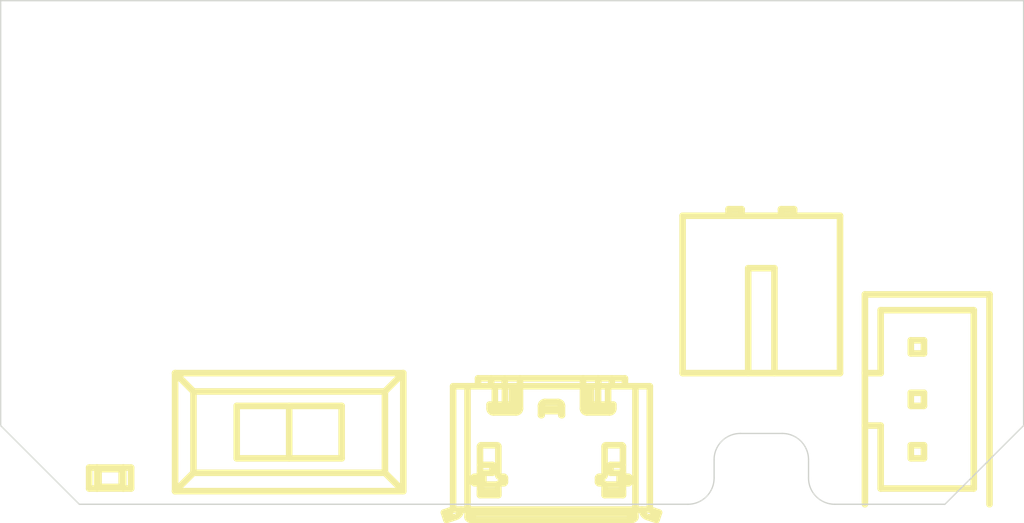
<source format=kicad_pcb>
(kicad_pcb (version 20211014) (generator pcbnew)

  (general
    (thickness 1.6)
  )

  (paper "A4")
  (layers
    (0 "F.Cu" signal)
    (31 "B.Cu" signal)
    (36 "B.SilkS" user "B.Silkscreen")
    (37 "F.SilkS" user "F.Silkscreen")
    (38 "B.Mask" user)
    (39 "F.Mask" user)
    (40 "Dwgs.User" user "User.Drawings")
    (44 "Edge.Cuts" user)
    (45 "Margin" user)
    (46 "B.CrtYd" user "B.Courtyard")
    (47 "F.CrtYd" user "F.Courtyard")
  )

  (setup
    (stackup
      (layer "F.SilkS" (type "Top Silk Screen"))
      (layer "F.Mask" (type "Top Solder Mask") (thickness 0.01))
      (layer "F.Cu" (type "copper") (thickness 0.035))
      (layer "dielectric 1" (type "core") (thickness 1.51) (material "FR4") (epsilon_r 4.5) (loss_tangent 0.02))
      (layer "B.Cu" (type "copper") (thickness 0.035))
      (layer "B.Mask" (type "Bottom Solder Mask") (thickness 0.01))
      (layer "B.SilkS" (type "Bottom Silk Screen"))
      (copper_finish "None")
      (dielectric_constraints no)
    )
    (pad_to_mask_clearance 0)
    (pcbplotparams
      (layerselection 0x00010fc_ffffffff)
      (disableapertmacros false)
      (usegerberextensions false)
      (usegerberattributes true)
      (usegerberadvancedattributes true)
      (creategerberjobfile true)
      (svguseinch false)
      (svgprecision 6)
      (excludeedgelayer true)
      (plotframeref false)
      (viasonmask false)
      (mode 1)
      (useauxorigin false)
      (hpglpennumber 1)
      (hpglpenspeed 20)
      (hpglpendiameter 15.000000)
      (dxfpolygonmode true)
      (dxfimperialunits true)
      (dxfusepcbnewfont true)
      (psnegative false)
      (psa4output false)
      (plotreference true)
      (plotvalue true)
      (plotinvisibletext false)
      (sketchpadsonfab false)
      (subtractmaskfromsilk false)
      (outputformat 1)
      (mirror false)
      (drillshape 1)
      (scaleselection 1)
      (outputdirectory "")
    )
  )

  (net 0 "")

  (gr_line (start 130.5 95.55) (end 130.5 97.55) (layer "F.SilkS") (width 0.25) (tstamp 00db8b11-7e29-4812-9988-d4aaa580df50))
  (gr_line (start 143.7 99.788656) (end 143.696157 99.810378) (layer "F.SilkS") (width 0.25) (tstamp 0138e2e9-7e2d-4a46-b022-69ff57229fd4))
  (gr_line (start 123.235212 98.638607) (end 124.112427 98.638607) (layer "F.SilkS") (width 0.25) (tstamp 025c60b1-2ede-49ce-bdea-4ccd3f8ea198))
  (gr_line (start 137.775 97.8) (end 138.25 97.8) (layer "F.SilkS") (width 0.25) (tstamp 02b1660d-d8e8-4cfb-8e31-6b06606166ec))
  (gr_line (start 134.15 98.1) (end 134.15 95) (layer "F.SilkS") (width 0.25) (tstamp 04185a2b-761b-4c04-92ff-66c1b41d81fb))
  (gr_line (start 137.5 99.650788) (end 143.5 99.650788) (layer "F.SilkS") (width 0.25) (tstamp 043f48db-8d6c-44b8-b059-1ce098b9b173))
  (gr_line (start 137.460981 99.89786) (end 137.423463 99.891524) (layer "F.SilkS") (width 0.25) (tstamp 056f4427-469c-4c03-82a5-be56c5b7c567))
  (gr_arc (start 142.525 97.1) (mid 142.539645 97.064645) (end 142.575 97.05) (layer "F.SilkS") (width 0.25) (tstamp 06d33821-836c-4c5a-bbe6-028222e389c7))
  (gr_line (start 137.775 98.55) (end 137.775 98.950282) (layer "F.SilkS") (width 0.25) (tstamp 06f6aaf6-0561-42d0-91fd-a9bb9c3e5aef))
  (gr_arc (start 142.525 98.2) (mid 142.510355 98.235355) (end 142.475 98.25) (layer "F.SilkS") (width 0.25) (tstamp 070b0807-3fd3-4734-83c3-d8efc1566ac8))
  (gr_line (start 143.539018 99.648649) (end 143.576536 99.642313) (layer "F.SilkS") (width 0.25) (tstamp 071bdce7-e380-463a-af3a-f5c463854702))
  (gr_line (start 142.75 95.5) (end 142.75 95.6) (layer "F.SilkS") (width 0.25) (tstamp 0a307e97-fa2c-4cfc-80df-18084291772e))
  (gr_line (start 122.873819 97.9) (end 122.873819 98.7) (layer "F.SilkS") (width 0.25) (tstamp 0b84000c-c124-4582-a511-721e8c66429e))
  (gr_line (start 134.85 98.8) (end 126.15 98.8) (layer "F.SilkS") (width 0.25) (tstamp 0d3195c6-6d47-441a-a7e3-7db258f336e9))
  (gr_line (start 154.7 93.05) (end 154.2 93.05) (layer "F.SilkS") (width 0.25) (tstamp 0d8d90b2-a806-4fe3-81b3-e4d882ec5774))
  (gr_line (start 141.7 95.65) (end 141.7 94.5) (layer "F.SilkS") (width 0.25) (tstamp 0dadc342-eb33-4228-806a-1667c48d0b5f))
  (gr_line (start 132.5 97.55) (end 132.5 95.55) (layer "F.SilkS") (width 0.25) (tstamp 0dcd2565-e757-45a6-a32f-be4413faea70))
  (gr_arc (start 143.425 98.25) (mid 143.460355 98.264645) (end 143.475 98.3) (layer "F.SilkS") (width 0.25) (tstamp 0ecf5ab2-d663-4b0a-889e-e11b436269cb))
  (gr_line (start 137.333706 99.601304) (end 137.358578 99.618177) (layer "F.SilkS") (width 0.25) (tstamp 0f03bb67-8bc6-4b29-ad7d-f9af7f34ad4d))
  (gr_line (start 145.5 94.3) (end 145.5 88.3) (layer "F.SilkS") (width 0.25) (tstamp 0f5607b3-3739-42c5-9c57-219dc876dd2e))
  (gr_line (start 138.475 98.55) (end 138.475 98.950282) (layer "F.SilkS") (width 0.25) (tstamp 0fd59e72-f81e-4950-82a5-51eb56f78529))
  (gr_line (start 137.903553 98.1) (end 137.903553 98.55) (layer "F.SilkS") (width 0.25) (tstamp 10e28239-32c7-4f64-8e10-ce7587a7d81c))
  (gr_line (start 137.575 98.25) (end 137.725 98.25) (layer "F.SilkS") (width 0.25) (tstamp 1117455e-7aff-4cba-8d29-d7e7a7d173c6))
  (gr_line (start 140.9 95.9) (end 140.875 95.9) (layer "F.SilkS") (width 0.25) (tstamp 11d53107-afd8-4f35-917d-67c31291b6a2))
  (gr_line (start 139.15 95.8) (end 138.29 95.8) (layer "F.SilkS") (width 0.25) (tstamp 11dbf6ed-be02-47f3-ad6d-37adcb08d833))
  (gr_line (start 140.25 95.4) (end 140.75 95.4) (layer "F.SilkS") (width 0.25) (tstamp 128a68c4-cda5-44eb-88ca-11e6b7342429))
  (gr_line (start 140.875 95.9) (end 140.875 95.467084) (layer "F.SilkS") (width 0.25) (tstamp 1335016c-c1c7-4100-8780-df2ea6e0b72d))
  (gr_line (start 124.112427 97.961392) (end 124.173819 97.9) (layer "F.SilkS") (width 0.25) (tstamp 15b3f09e-7cc7-4de6-ba63-2961275b2b4a))
  (gr_line (start 144.25 94.8) (end 136.75 94.8) (layer "F.SilkS") (width 0.25) (tstamp 162868f4-e754-46d2-b549-ace3030cbd3a))
  (gr_arc (start 137.725 98.5) (mid 137.760355 98.514645) (end 137.775 98.55) (layer "F.SilkS") (width 0.25) (tstamp 1699f135-89a8-42b7-8672-764e5a5f2225))
  (gr_line (start 136.683645 99.837575) (end 136.590008 99.552562) (layer "F.SilkS") (width 0.25) (tstamp 179b4e92-1584-46d7-b27e-f0e1897e0585))
  (gr_line (start 143.225 98.950282) (end 142.525 98.950282) (layer "F.SilkS") (width 0.25) (tstamp 17bd65c8-4c96-4a2d-ac9e-2a577658d997))
  (gr_line (start 138.25 97.8) (end 138.25 98.1) (layer "F.SilkS") (width 0.25) (tstamp 18b5d032-d88b-453a-a76c-fc984ded3056))
  (gr_line (start 153.05 94.3) (end 153.05 91.9) (layer "F.SilkS") (width 0.25) (tstamp 19bc2ff7-0fb3-4dcb-b94a-1d66bf13216b))
  (gr_line (start 134.15 98.1) (end 134.85 98.8) (layer "F.SilkS") (width 0.25) (tstamp 19fdfe15-f419-4b44-b184-86d0f95970f2))
  (gr_line (start 154.2 97.05) (end 154.2 97.55) (layer "F.SilkS") (width 0.25) (tstamp 1b8080da-6cef-4b62-a702-39ab80e2f61f))
  (gr_line (start 137.5 99.9) (end 143.5 99.9) (layer "F.SilkS") (width 0.25) (tstamp 1d727765-d933-43ed-9a40-7b357b79f626))
  (gr_line (start 122.873819 98.7) (end 124.473819 98.7) (layer "F.SilkS") (width 0.25) (tstamp 1f4e7c6b-383a-4323-8c93-036c8029f17d))
  (gr_line (start 138.715 94.5) (end 138.715 94.8) (layer "F.SilkS") (width 0.25) (tstamp 200a50b7-75d9-4ea2-ae7e-1dbd3b9da2bb))
  (gr_arc (start 140.099999 95.55) (mid 140.143933 95.443933) (end 140.25 95.399999) (layer "F.SilkS") (width 0.25) (tstamp 208e9316-0799-4f6a-b744-3581f66ee726))
  (gr_line (start 136.4 99.614987) (end 136.493636 99.9) (layer "F.SilkS") (width 0.25) (tstamp 22d902c3-124f-4097-af3f-3d628825314b))
  (gr_line (start 143.641421 99.618177) (end 143.666293 99.601304) (layer "F.SilkS") (width 0.25) (tstamp 23309f77-a0d4-4504-ad74-dbf6b384525e))
  (gr_line (start 137.525 98.45) (end 137.525 98.3) (layer "F.SilkS") (width 0.25) (tstamp 24c203d8-a623-417a-9b4c-b6003916a793))
  (gr_line (start 137.775 98.867775) (end 138.475 98.867775) (layer "F.SilkS") (width 0.25) (tstamp 2549ff71-934a-4b80-b8c1-2540c272473a))
  (gr_arc (start 138.525 98.25) (mid 138.489645 98.235355) (end 138.475 98.2) (layer "F.SilkS") (width 0.25) (tstamp 257f693f-32b5-4353-bb27-f6aed4c62f81))
  (gr_line (start 137.5 99.9) (end 137.5 99.650788) (layer "F.SilkS") (width 0.25) (tstamp 266acb67-28bc-4533-9031-00f18e1879f7))
  (gr_line (start 128.5 97.55) (end 132.5 97.55) (layer "F.SilkS") (width 0.25) (tstamp 277a395d-1b21-4757-8b38-0d79bc576adc))
  (gr_line (start 154.2 95.55) (end 154.7 95.55) (layer "F.SilkS") (width 0.25) (tstamp 277e75a3-a863-4d09-9715-026606ac99ec))
  (gr_line (start 143.611114 99.632024) (end 143.641421 99.618177) (layer "F.SilkS") (width 0.25) (tstamp 291dec23-ad8d-4943-aa72-0f169f94b4a1))
  (gr_line (start 137.388885 99.881235) (end 137.358578 99.867388) (layer "F.SilkS") (width 0.25) (tstamp 2b846dde-7fa0-4730-8344-65cad2683b94))
  (gr_line (start 137.315224 99.582055) (end 137.333706 99.601304) (layer "F.SilkS") (width 0.25) (tstamp 2e3287cf-5e1b-4072-8c81-fb20f86c9f49))
  (gr_line (start 149 90.3) (end 148 90.3) (layer "F.SilkS") (width 0.25) (tstamp 30af900b-6626-4b0b-b435-34070d9df34e))
  (gr_line (start 142.325 98.25) (end 142.475 98.25) (layer "F.SilkS") (width 0.25) (tstamp 3128e0af-0f1b-41dd-9486-a781a0ced10e))
  (gr_line (start 152.45 94.3) (end 153.05 94.3) (layer "F.SilkS") (width 0.25) (tstamp 33bc5d18-19c1-4f06-9335-39c27bd4eca6))
  (gr_line (start 138.475 98.950282) (end 137.775 98.950282) (layer "F.SilkS") (width 0.25) (tstamp 3573c7de-5b72-45d0-9829-7dc54c6f1f53))
  (gr_line (start 154.2 93.55) (end 154.7 93.55) (layer "F.SilkS") (width 0.25) (tstamp 38144b75-9a97-4377-9620-7a27861ced60))
  (gr_line (start 142 94.8) (end 142 95.5) (layer "F.SilkS") (width 0.25) (tstamp 394999fd-37ef-4699-a5a6-2448763497ed))
  (gr_line (start 143.475 98.3) (end 143.475 98.45) (layer "F.SilkS") (width 0.25) (tstamp 3aef18e0-700d-425e-a9e0-2dc802f0d0a4))
  (gr_line (start 140.125 95.9) (end 140.1 95.9) (layer "F.SilkS") (width 0.25) (tstamp 3bbe7d0a-436d-48b5-b782-13c775d20e23))
  (gr_line (start 126.15 94.3) (end 126.85 95) (layer "F.SilkS") (width 0.25) (tstamp 3be54771-6177-40cd-b163-bda20a080295))
  (gr_line (start 154.7 93.55) (end 154.7 93.05) (layer "F.SilkS") (width 0.25) (tstamp 3bfd64c5-ccd2-4069-a94f-992828a6fdfe))
  (gr_arc (start 141.85 95.8) (mid 141.743934 95.756066) (end 141.7 95.65) (layer "F.SilkS") (width 0.25) (tstamp 3d43dbe0-e8d4-4892-a0a8-bb2dd8c92e5f))
  (gr_line (start 138.724307 95.5) (end 138.724307 94.8) (layer "F.SilkS") (width 0.25) (tstamp 3f474373-6d2f-4780-a227-d14dc6b9419e))
  (gr_line (start 143.096446 98.55) (end 143.096446 98.1) (layer "F.SilkS") (width 0.25) (tstamp 40bad1bc-8faf-4d4f-970e-57ca86d8f58e))
  (gr_line (start 143.225 98.867775) (end 142.525 98.867775) (layer "F.SilkS") (width 0.25) (tstamp 40df662a-00be-4454-b057-5980592a02f1))
  (gr_line (start 137.3 99.539445) (end 137.303842 99.561167) (layer "F.SilkS") (width 0.25) (tstamp 41299a6e-99a9-4f0e-960f-bb0e54053edf))
  (gr_line (start 144.25 99.5) (end 144.25 94.8) (layer "F.SilkS") (width 0.25) (tstamp 4241e9c8-5d13-4f3b-8a3e-5e2aec23216e))
  (gr_line (start 137.303842 99.810378) (end 137.3 99.788656) (layer "F.SilkS") (width 0.25) (tstamp 4250d8ee-196e-4bfc-9838-43f667a67366))
  (gr_line (start 124.473819 97.9) (end 122.873819 97.9) (layer "F.SilkS") (width 0.25) (tstamp 4491766f-6563-4f10-978e-51b853a1ad02))
  (gr_line (start 141.7 94.88) (end 142 94.88) (layer "F.SilkS") (width 0.25) (tstamp 452f015a-5f28-41a6-a30e-e1761b3a3c41))
  (gr_line (start 153.05 98.7) (end 153.05 96.3) (layer "F.SilkS") (width 0.25) (tstamp 45575ff0-c802-422f-921a-12b28ec7b0e8))
  (gr_arc (start 137.525 98.3) (mid 137.539645 98.264645) (end 137.575 98.25) (layer "F.SilkS") (width 0.25) (tstamp 48631b1a-4f6a-4888-ac22-98e83e724e55))
  (gr_line (start 144.409991 99.552562) (end 144.316354 99.837575) (layer "F.SilkS") (width 0.25) (tstamp 49f4fa32-da2f-467b-858a-2a2844a18aba))
  (gr_line (start 142.71 95.8) (end 141.85 95.8) (layer "F.SilkS") (width 0.25) (tstamp 4c6e4d9f-8f29-47a0-88a3-a5fec7691156))
  (gr_line (start 154.7 97.05) (end 154.2 97.05) (layer "F.SilkS") (width 0.25) (tstamp 4c709d5e-ed3a-4f9e-8e8a-63a2a80623d9))
  (gr_line (start 143.3 94.5) (end 137.7 94.5) (layer "F.SilkS") (width 0.25) (tstamp 4cd78b60-b54f-4604-99f1-7cdcce701d3e))
  (gr_line (start 144.25 99.5) (end 144.6 99.614987) (layer "F.SilkS") (width 0.25) (tstamp 50f24801-36b5-4723-880c-55865f038cd1))
  (gr_line (start 138.25 98.1) (end 137.775 98.1) (layer "F.SilkS") (width 0.25) (tstamp 5187a75d-501f-4595-82ce-f82747b5c4af))
  (gr_arc (start 142.86 95.65) (mid 142.816066 95.756066) (end 142.71 95.8) (layer "F.SilkS") (width 0.25) (tstamp 51b49f08-d641-41f7-9a8e-acdb2a3a80fb))
  (gr_arc (start 137.05 99.50362) (mid 136.993943 99.676627) (end 136.847076 99.783882) (layer "F.SilkS") (width 0.25) (tstamp 51c19857-237e-41a7-a839-e7474e657532))
  (gr_line (start 143.5 99.650788) (end 143.5 99.9) (layer "F.SilkS") (width 0.25) (tstamp 5355b25f-9457-429e-ab5e-f75f308fc538))
  (gr_line (start 138.341285 95.5) (end 138.341285 94.8) (layer "F.SilkS") (width 0.25) (tstamp 53f604d9-789b-49b3-ba4c-8c59411807e2))
  (gr_line (start 153.05 96.3) (end 152.45 96.3) (layer "F.SilkS") (width 0.25) (tstamp 54221de4-ee5a-4881-a5af-b7cffb9595b8))
  (gr_line (start 143.225 98.55) (end 143.225 98.950282) (layer "F.SilkS") (width 0.25) (tstamp 551b570b-c5bf-43ba-8208-dbe837b83d7b))
  (gr_line (start 124.173819 98.7) (end 124.173819 97.9) (layer "F.SilkS") (width 0.25) (tstamp 551ffe24-5cd2-4054-b4af-26a7794bc704))
  (gr_line (start 154.7 95.55) (end 154.7 95.05) (layer "F.SilkS") (width 0.25) (tstamp 57655d76-e4ed-43fa-91fd-9acc2c4afaee))
  (gr_line (start 137.460981 99.648649) (end 137.5 99.650788) (layer "F.SilkS") (width 0.25) (tstamp 57826995-91f4-48d4-9508-ba4ccf302f06))
  (gr_line (start 137.315224 99.831266) (end 137.303842 99.810378) (layer "F.SilkS") (width 0.25) (tstamp 5801327d-41e1-4de7-8022-a0cd83763e18))
  (gr_line (start 132.5 95.55) (end 128.5 95.55) (layer "F.SilkS") (width 0.25) (tstamp 585ef258-38e1-48ab-9b8e-a1edc58dcee7))
  (gr_line (start 139.3 94.5) (end 139.3 95.65) (layer "F.SilkS") (width 0.25) (tstamp 59b52058-3f6d-48a6-83f1-69d672663d2d))
  (gr_line (start 143.225 98.1) (end 142.75 98.1) (layer "F.SilkS") (width 0.25) (tstamp 5acd0406-da71-4b12-a8af-7aa84cb0d42c))
  (gr_line (start 141.8 95.6) (end 141.8 94.88) (layer "F.SilkS") (width 0.25) (tstamp 5c41c162-3eb0-4e17-bf46-cb5ebf979977))
  (gr_line (start 143.95 99.50362) (end 143.95 99.5) (layer "F.SilkS") (width 0.25) (tstamp 5eeec58b-f427-4c91-96d2-8b0f2a04e2d7))
  (gr_line (start 136.75 99.5) (end 144.25 99.5) (layer "F.SilkS") (width 0.25) (tstamp 5f7be2e1-7ae5-4d91-a686-67ae4fd47c1f))
  (gr_line (start 156.6 91.9) (end 156.6 98.7) (layer "F.SilkS") (width 0.25) (tstamp 61423380-f1d0-41ba-b925-0ec6e6a35912))
  (gr_line (start 143.3 94.8) (end 143.3 94.5) (layer "F.SilkS") (width 0.25) (tstamp 61d965ad-cb18-4e53-b452-789419d375ef))
  (gr_line (start 143.225 98.55) (end 142.525 98.55) (layer "F.SilkS") (width 0.25) (tstamp 62de5207-be19-4b67-a587-d19d4ffc144f))
  (gr_arc (start 138.475 98.55) (mid 138.489645 98.514645) (end 138.525 98.5) (layer "F.SilkS") (width 0.25) (tstamp 630c6e49-b6d9-4d35-8e84-d702f940886d))
  (gr_line (start 140.9 95.55) (end 140.9 95.9) (layer "F.SilkS") (width 0.25) (tstamp 65cad5f8-e0fe-4b7e-8083-0b743589c0ef))
  (gr_arc (start 138.675 98.25) (mid 138.710355 98.264645) (end 138.725 98.3) (layer "F.SilkS") (width 0.25) (tstamp 67ede239-905a-4054-9ef6-12e297cf7f18))
  (gr_arc (start 138.29 95.8) (mid 138.183934 95.756066) (end 138.14 95.65) (layer "F.SilkS") (width 0.25) (tstamp 69d9c6f1-afb4-4dc6-9e6f-51f42d80973c))
  (gr_line (start 143.684775 99.582055) (end 143.696157 99.561167) (layer "F.SilkS") (width 0.25) (tstamp 6a1b9ec9-ee5c-42e2-a220-97028243728b))
  (gr_line (start 143.273223 98.249968) (end 143.273223 98.500031) (layer "F.SilkS") (width 0.25) (tstamp 6d8faad3-214a-4f9f-ae1e-fa0f8b9f64f5))
  (gr_line (start 126.85 98.1) (end 126.15 98.8) (layer "F.SilkS") (width 0.25) (tstamp 6e91eb73-aef0-470c-a5e0-75bb1aa38623))
  (gr_line (start 142.658714 94.8) (end 142.658714 95.5) (layer "F.SilkS") (width 0.25) (tstamp 7088b0c6-301e-4cf1-9041-1f8ee704606e))
  (gr_line (start 139.2 94.88) (end 139.2 95.6) (layer "F.SilkS") (width 0.25) (tstamp 711b7413-f2f7-4469-b5c6-ba0c177c3329))
  (gr_line (start 143.225 97.1) (end 143.225 98.2) (layer "F.SilkS") (width 0.25) (tstamp 75cffe20-6c09-4b44-9f61-a89268405691))
  (gr_line (start 123.235212 97.961392) (end 123.173819 97.9) (layer "F.SilkS") (width 0.25) (tstamp 75e9ad86-be93-4192-b450-7b0fb5711945))
  (gr_line (start 143.576536 99.891524) (end 143.539018 99.89786) (layer "F.SilkS") (width 0.25) (tstamp 771e849d-fe50-48a2-b845-dabc1df42bdc))
  (gr_line (start 137.775 98.803431) (end 138.475 98.803431) (layer "F.SilkS") (width 0.25) (tstamp 773347ab-090a-4614-a22e-327de65e55cf))
  (gr_line (start 142.575 97.05) (end 143.175 97.05) (layer "F.SilkS") (width 0.25) (tstamp 779ee838-d888-4a8f-a75f-91cb60812884))
  (gr_arc (start 138.725 98.45) (mid 138.710355 98.485355) (end 138.675 98.5) (layer "F.SilkS") (width 0.25) (tstamp 77a56dce-8ded-425d-af51-62d96221dc41))
  (gr_arc (start 137.775 97.1) (mid 137.789645 97.064645) (end 137.825 97.05) (layer "F.SilkS") (width 0.25) (tstamp 7a22eb56-8d11-4ab2-a587-357ce25e6d1b))
  (gr_arc (start 142.275 98.3) (mid 142.289645 98.264645) (end 142.325 98.25) (layer "F.SilkS") (width 0.25) (tstamp 7ab4718b-f0f1-45cf-8863-d0460bd724c7))
  (gr_line (start 149.75 88.05) (end 149.25 88.05) (layer "F.SilkS") (width 0.25) (tstamp 7adf1b2d-d95a-4056-98e7-93b5dee7cc77))
  (gr_arc (start 140.75 95.4) (mid 140.856066 95.443934) (end 140.9 95.55) (layer "F.SilkS") (width 0.25) (tstamp 7c6b288c-49ab-4966-935c-2408a089d8db))
  (gr_line (start 126.85 95) (end 126.85 98.1) (layer "F.SilkS") (width 0.25) (tstamp 7c910330-40fd-4be7-87e7-5520112b97c4))
  (gr_line (start 139.2 95.6) (end 138.25 95.6) (layer "F.SilkS") (width 0.25) (tstamp 7ddc29d7-44fc-44ac-9e74-740979e2d480))
  (gr_line (start 151.5 94.3) (end 151.5 88.3) (layer "F.SilkS") (width 0.25) (tstamp 7e3cab7d-e670-432f-9b47-aab53c439a22))
  (gr_line (start 137.423463 99.642313) (end 137.460981 99.648649) (layer "F.SilkS") (width 0.25) (tstamp 7e7899e7-b71f-428f-a54d-6a513699c822))
  (gr_line (start 143.696157 99.810378) (end 143.684775 99.831266) (layer "F.SilkS") (width 0.25) (tstamp 7fc937eb-8431-43b3-be37-d1cbd6e84d4e))
  (gr_line (start 137.358578 99.618177) (end 137.388885 99.632024) (layer "F.SilkS") (width 0.25) (tstamp 7fddb896-3c6d-4e42-9da9-00f0218d42b9))
  (gr_line (start 137.423463 99.891524) (end 137.388885 99.881235) (layer "F.SilkS") (width 0.25) (tstamp 80117ca9-0271-413b-9c0c-588fdfbaf72e))
  (gr_line (start 143.425 98.5) (end 143.275 98.5) (layer "F.SilkS") (width 0.25) (tstamp 83941ca3-af3a-4255-a681-9b4285f89220))
  (gr_line (start 137.5 99.9) (end 137.460981 99.89786) (layer "F.SilkS") (width 0.25) (tstamp 83fa9c4f-328c-4792-b0a5-1e09a3c6ba6f))
  (gr_line (start 138.25 95.6) (end 138.25 95.5) (layer "F.SilkS") (width 0.25) (tstamp 844c40b6-45d4-4f34-98ad-c1dcb0606cde))
  (gr_arc (start 143.175 97.05) (mid 143.210355 97.064645) (end 143.225 97.1) (layer "F.SilkS") (width 0.25) (tstamp 845444df-bc17-47b0-8017-9299e2cb647e))
  (gr_line (start 143.684775 99.831266) (end 143.666293 99.850515) (layer "F.SilkS") (width 0.25) (tstamp 86320c1e-42d5-4ca2-804b-925a9bf0e0c3))
  (gr_line (start 143.5 99.650788) (end 143.539018 99.648649) (layer "F.SilkS") (width 0.25) (tstamp 87561297-13bf-41eb-8738-2a4aa670eef6))
  (gr_line (start 144.506363 99.9) (end 144.6 99.614987) (layer "F.SilkS") (width 0.25) (tstamp 87f3db76-a6f4-47be-9537-7125879e1bea))
  (gr_line (start 142.525 98.55) (end 142.525 98.950282) (layer "F.SilkS") (width 0.25) (tstamp 8b7127db-149e-4ab1-a596-1e731c283b5e))
  (gr_arc (start 142.325 98.5) (mid 142.289645 98.485355) (end 142.275 98.45) (layer "F.SilkS") (width 0.25) (tstamp 8e5b21c6-b976-4335-9105-7bde9404878e))
  (gr_line (start 123.235212 98.638607) (end 123.173819 98.7) (layer "F.SilkS") (width 0.25) (tstamp 90fe4813-46c5-4119-b60a-d1ceb38d6088))
  (gr_line (start 140.125 95.467084) (end 140.125 95.9) (layer "F.SilkS") (width 0.25) (tstamp 910c0ac2-3a56-42e9-986b-27243f721216))
  (gr_line (start 138.725 98.3) (end 138.725 98.45) (layer "F.SilkS") (width 0.25) (tstamp 92286015-651d-4858-80b4-53b41fc0d875))
  (gr_line (start 147.75 88.05) (end 147.75 88.3) (layer "F.SilkS") (width 0.25) (tstamp 96f8c604-60b6-44ab-9cb9-271222d2cd88))
  (gr_arc (start 143.475 98.45) (mid 143.460355 98.485355) (end 143.425 98.5) (layer "F.SilkS") (width 0.25) (tstamp 9763b90b-9908-440d-a98c-6d1df13834ad))
  (gr_line (start 137.7 94.5) (end 137.7 94.8) (layer "F.SilkS") (width 0.25) (tstamp 9881cde4-977a-47a8-9889-d573db25ef5c))
  (gr_line (start 124.473819 98.7) (end 124.473819 97.9) (layer "F.SilkS") (width 0.25) (tstamp 9903533e-5209-41e2-af37-5420ff9994cb))
  (gr_line (start 149 94.3) (end 149 90.3) (layer "F.SilkS") (width 0.25) (tstamp 9905346b-c787-4388-abf9-48298b9c04e6))
  (gr_arc (start 142.475 98.5) (mid 142.510355 98.514645) (end 142.525 98.55) (layer "F.SilkS") (width 0.25) (tstamp 993c15a2-e64c-414e-aa2a-7c25a7bfa08d))
  (gr_line (start 137.333706 99.850515) (end 137.315224 99.831266) (layer "F.SilkS") (width 0.25) (tstamp 99431569-5ceb-4a4c-95de-ae381b401fbc))
  (gr_line (start 128.5 95.55) (end 128.5 97.55) (layer "F.SilkS") (width 0.25) (tstamp 99ee9949-58eb-4d0c-a00b-fe6e3e1a57c2))
  (gr_line (start 147.75 88.05) (end 147.25 88.05) (layer "F.SilkS") (width 0.25) (tstamp 9b05751d-4400-4634-89b6-db9e25540533))
  (gr_line (start 140.875 95.7) (end 140.125 95.7) (layer "F.SilkS") (width 0.25) (tstamp 9c94c9f4-0d9d-49bf-a8cc-aa83d15fa78a))
  (gr_line (start 142.275692 94.8) (end 142.275692 95.5) (layer "F.SilkS") (width 0.25) (tstamp 9e876cc3-d788-4b37-b87a-99f8cff5f18e))
  (gr_line (start 138.14 95.5) (end 139 95.5) (layer "F.SilkS") (width 0.25) (tstamp 9ea72b7a-4e53-4b32-960b-afe45477f8da))
  (gr_line (start 149.25 88.05) (end 149.25 88.3) (layer "F.SilkS") (width 0.25) (tstamp 9fdbafbd-adbf-477f-a0ef-8ce6155b8df1))
  (gr_line (start 140.125 95.65) (end 140.875 95.65) (layer "F.SilkS") (width 0.25) (tstamp a1c5e7e2-71e5-45a5-adfc-c0879df8a65f))
  (gr_line (start 143.666293 99.850515) (end 143.641421 99.867388) (layer "F.SilkS") (width 0.25) (tstamp a21ba1e3-034b-4e5a-bb88-4a32e096e4fd))
  (gr_line (start 157.2 91.3) (end 152.45 91.3) (layer "F.SilkS") (width 0.25) (tstamp a2652e7e-fc9a-4a27-a41c-b8bf2de5c2cb))
  (gr_line (start 138.525 98.25) (end 138.675 98.25) (layer "F.SilkS") (width 0.25) (tstamp a700ad3c-be03-444a-b034-1bbdc313dd2c))
  (gr_line (start 124.112427 97.961392) (end 123.235212 97.961392) (layer "F.SilkS") (width 0.25) (tstamp a7202457-fc18-4e3a-bb53-f850622eea97))
  (gr_line (start 143.576536 99.642313) (end 143.611114 99.632024) (layer "F.SilkS") (width 0.25) (tstamp a840a003-7670-4ee9-8c74-a0891b254ebf))
  (gr_line (start 143.7 99.788656) (end 143.7 94.8) (layer "F.SilkS") (width 0.25) (tstamp a9892007-00f7-477d-96e9-e854ca4bab91))
  (gr_arc (start 143.275 98.25) (mid 143.239645 98.235355) (end 143.225 98.2) (layer "F.SilkS") (width 0.25) (tstamp a98f5631-bab7-4c76-baa8-8751ec51c9de))
  (gr_line (start 138.675 98.5) (end 138.525 98.5) (layer "F.SilkS") (width 0.25) (tstamp ab2cf065-7a14-4b51-9336-c1d078df6c4b))
  (gr_line (start 142.285 94.8) (end 142.285 94.5) (layer "F.SilkS") (width 0.25) (tstamp acbc3e18-dfc9-4aa8-af02-4a734ae58137))
  (gr_line (start 142.275 98.45) (end 142.275 98.3) (layer "F.SilkS") (width 0.25) (tstamp adb04b64-5cf4-4f5c-b517-a0a29bb224be))
  (gr_line (start 134.15 95) (end 126.85 95) (layer "F.SilkS") (width 0.25) (tstamp b036aa01-0053-4444-93b0-25622f9c1e69))
  (gr_line (start 137.358578 99.867388) (end 137.333706 99.850515) (layer "F.SilkS") (width 0.25) (tstamp b2ded708-742a-4524-9e1e-114adb07c62c))
  (gr_line (start 143.275 98.25) (end 143.425 98.25) (layer "F.SilkS") (width 0.25) (tstamp b4e26435-659c-4a0b-b800-16f15680f992))
  (gr_line (start 138.2 94.5) (end 138.2 94.8) (layer "F.SilkS") (width 0.25) (tstamp b4e2fa69-e0d9-4d8e-ba4b-3f0ac0619b4a))
  (gr_line (start 137.775 98.2) (end 137.775 97.1) (layer "F.SilkS") (width 0.25) (tstamp b4e99f5e-db3e-4dc8-8410-5aeeeaf050ba))
  (gr_line (start 134.85 94.3) (end 134.15 95) (layer "F.SilkS") (width 0.25) (tstamp b54246bb-7735-46b1-8d0b-598fca8db55c))
  (gr_line (start 140.1 95.9) (end 140.1 95.55) (layer "F.SilkS") (width 0.25) (tstamp b56ed9c5-1710-4226-8f6c-781f916b9ebe))
  (gr_arc (start 144.152924 99.783882) (mid 144.006057 99.676626) (end 143.95 99.50362) (layer "F.SilkS") (width 0.25) (tstamp b570149a-eb92-4dc8-8778-771b9f9dad00))
  (gr_arc (start 143.225 98.55) (mid 143.239645 98.514645) (end 143.275 98.5) (layer "F.SilkS") (width 0.25) (tstamp b5a3af9e-23e5-4db9-83ce-2555993b9533))
  (gr_line (start 147.25 88.05) (end 147.25 88.3) (layer "F.SilkS") (width 0.25) (tstamp b5e24c11-c40b-415e-8d55-5bd0d2b00a70))
  (gr_line (start 137.05 99.5) (end 137.05 99.50362) (layer "F.SilkS") (width 0.25) (tstamp b649c0f6-278c-4818-a610-95160bfb2dc7))
  (gr_line (start 137.725 98.5) (end 137.575 98.5) (layer "F.SilkS") (width 0.25) (tstamp b6735c0f-ffe6-41c5-980c-a3b8791db84e))
  (gr_line (start 154.7 95.05) (end 154.2 95.05) (layer "F.SilkS") (width 0.25) (tstamp b7f93275-aa2f-45bd-b6e1-46424996df99))
  (gr_line (start 140.875 95.75) (end 140.125 95.75) (layer "F.SilkS") (width 0.25) (tstamp b9f388dc-9d91-42ad-a95e-c6f531b99b19))
  (gr_line (start 143.539018 99.89786) (end 143.5 99.9) (layer "F.SilkS") (width 0.25) (tstamp bcd55e49-875d-43dc-8127-13025fe17870))
  (gr_line (start 136.4 99.614987) (end 136.75 99.5) (layer "F.SilkS") (width 0.25) (tstamp be46a7c0-dcca-4d09-aa44-ff6eeaf077d7))
  (gr_arc (start 137.575 98.5) (mid 137.539645 98.485355) (end 137.525 98.45) (layer "F.SilkS") (width 0.25) (tstamp be8ffee8-0a24-4a72-acf9-d70644863b4d))
  (gr_line (start 142.75 98.1) (end 142.75 97.8) (layer "F.SilkS") (width 0.25) (tstamp bfd6851f-90c8-49bb-bab9-6aeca1a3f5f5))
  (gr_line (start 156.6 98.7) (end 153.05 98.7) (layer "F.SilkS") (width 0.25) (tstamp c049b60f-f1b3-4475-9b27-51052dc92a47))
  (gr_line (start 124.112427 98.638607) (end 124.112427 97.961392) (layer "F.SilkS") (width 0.25) (tstamp c1305504-112e-42c1-82d5-66c8aaf167ac))
  (gr_arc (start 137.775 98.2) (mid 137.760355 98.235355) (end 137.725 98.25) (layer "F.SilkS") (width 0.25) (tstamp c2a698d4-2b91-478f-b24b-9fdc434fb385))
  (gr_line (start 142.475 98.5) (end 142.325 98.5) (layer "F.SilkS") (width 0.25) (tstamp c39f6976-4478-40e8-ba60-3fffcab89b51))
  (gr_line (start 144.506363 99.9) (end 144.152923 99.783882) (layer "F.SilkS") (width 0.25) (tstamp c410fe25-c453-4453-9727-3f96f491ac01))
  (gr_line (start 143.641421 99.867388) (end 143.611114 99.881235) (layer "F.SilkS") (width 0.25) (tstamp c53ebb8d-7ba0-4cbc-9f6b-adf1e7ac0c80))
  (gr_line (start 137.303842 99.561167) (end 137.315224 99.582055) (layer "F.SilkS") (width 0.25) (tstamp c6e7f281-026c-4d4b-902f-7c06401a8b8c))
  (gr_line (start 142.86 95.5) (end 142.86 95.65) (layer "F.SilkS") (width 0.25) (tstamp c7eb43da-0a76-4e64-a9da-e148ab99aa1d))
  (gr_line (start 143.611114 99.881235) (end 143.576536 99.891524) (layer "F.SilkS") (width 0.25) (tstamp c89a72d9-4f93-483a-ba34-2321484b158f))
  (gr_line (start 123.173819 97.9) (end 123.173819 98.7) (layer "F.SilkS") (width 0.25) (tstamp cada12ef-deb7-412a-a622-211abf6e3bbb))
  (gr_line (start 137.726776 98.500031) (end 137.726776 98.249968) (layer "F.SilkS") (width 0.25) (tstamp cb5f7bf9-ae99-49e2-88b3-69b8cdb52c49))
  (gr_line (start 142.8 94.5) (end 142.8 94.8) (layer "F.SilkS") (width 0.25) (tstamp cb8def97-5bce-435a-b728-70999685168e))
  (gr_line (start 138.475 97.1) (end 138.475 98.2) (layer "F.SilkS") (width 0.25) (tstamp cc26acf9-3be9-479b-90b7-733c57935490))
  (gr_line (start 139.075 94.8) (end 139.075 94.88) (layer "F.SilkS") (width 0.25) (tstamp cd96ae35-788c-4475-acce-71fd7f523cc6))
  (gr_line (start 149.75 88.05) (end 149.75 88.3) (layer "F.SilkS") (width 0.25) (tstamp ce3be293-2c13-41f5-9cd2-a22c13b285c8))
  (gr_line (start 126.15 98.8) (end 126.15 94.3) (layer "F.SilkS") (width 0.25) (tstamp cfa91aef-9686-4d08-baab-dd780fa2b340))
  (gr_line (start 142.75 95.6) (end 141.8 95.6) (layer "F.SilkS") (width 0.25) (tstamp d058c228-80b8-488d-b8d8-ad07ccf9faeb))
  (gr_line (start 154.2 93.05) (end 154.2 93.55) (layer "F.SilkS") (width 0.25) (tstamp d05ef87f-ee96-4244-90db-13de7a359a9d))
  (gr_line (start 137.3 94.8) (end 137.3 99.788656) (layer "F.SilkS") (width 0.25) (tstamp d5453924-7448-4171-84a1-a4b1860f8438))
  (gr_line (start 143.696157 99.561167) (end 143.7 99.539445) (layer "F.SilkS") (width 0.25) (tstamp d5e8f4b3-35d5-45f0-85a0-13dff24af539))
  (gr_line (start 154.7 97.55) (end 154.7 97.05) (layer "F.SilkS") (width 0.25) (tstamp d6ce6c1c-d2ed-42ee-bfe2-5be048fac277))
  (gr_line (start 126.15 94.3) (end 134.85 94.3) (layer "F.SilkS") (width 0.25) (tstamp d8a265c1-78dd-43e0-bf06-c2123579bb80))
  (gr_line (start 157.2 99.3) (end 157.2 91.3) (layer "F.SilkS") (width 0.25) (tstamp d8cc84af-50a8-4e95-9714-f41621e79271))
  (gr_arc (start 139.3 95.65) (mid 139.256066 95.756066) (end 139.15 95.8) (layer "F.SilkS") (width 0.25) (tstamp d919cbde-cf3b-4ad5-b736-7a0a7c5eaf5b))
  (gr_line (start 142.75 97.8) (end 143.225 97.8) (layer "F.SilkS") (width 0.25) (tstamp d949faab-8d9a-48bf-8657-a36ac21b57f0))
  (gr_line (start 123.235212 97.961392) (end 123.235212 98.638607) (layer "F.SilkS") (width 0.25) (tstamp d98bf8de-0c43-4fb3-bfd4-62bf1df7f741))
  (gr_line (start 138.14 95.65) (end 138.14 95.5) (layer "F.SilkS") (width 0.25) (tstamp da18c955-4dcb-4b4d-9bad-79b845a7783f))
  (gr_line (start 134.85 94.3) (end 134.85 98.8) (layer "F.SilkS") (width 0.25) (tstamp de7d339e-f621-49e7-993a-6bf6da167496))
  (gr_arc (start 138.425 97.05) (mid 138.460355 97.064645) (end 138.475 97.1) (layer "F.SilkS") (width 0.25) (tstamp df8164e9-4c4b-4011-bfd6-1f1d3cb26166))
  (gr_line (start 139 94.88) (end 139.3 94.88) (layer "F.SilkS") (width 0.25) (tstamp dffd208b-4bee-449e-bb73-beff11a41122))
  (gr_line (start 137.388885 99.632024) (end 137.423463 99.642313) (layer "F.SilkS") (width 0.25) (tstamp e150a823-21f4-4c62-bd3b-ea9d07064b52))
  (gr_line (start 141.925 94.8) (end 141.925 94.88) (layer "F.SilkS") (width 0.25) (tstamp e2292177-2844-4de2-800e-cf0a996af7d4))
  (gr_line (start 152.45 91.3) (end 152.45 99.3) (layer "F.SilkS") (width 0.25) (tstamp e3e481f7-9ce0-42ba-bf54-281999556f60))
  (gr_line (start 154.2 95.05) (end 154.2 95.55) (layer "F.SilkS") (width 0.25) (tstamp e3e55b6f-6525-4462-955e-2f76b1d55fa4))
  (gr_line (start 154.2 97.55) (end 154.7 97.55) (layer "F.SilkS") (width 0.25) (tstamp e7efa430-0b29-40fe-b62b-e584fcd5dd2d))
  (gr_line (start 142.525 98.2) (end 142.525 97.1) (layer "F.SilkS") (width 0.25) (tstamp e809ae39-2a67-4f38-ae1a-9b42cf98efb8))
  (gr_line (start 136.847076 99.783882) (end 136.493636 99.9) (layer "F.SilkS") (width 0.25) (tstamp eb6efd47-d748-4366-807d-eeaa5f9d610d))
  (gr_line (start 137.775 98.55) (end 138.475 98.55) (layer "F.SilkS") (width 0.25) (tstamp eb9e0e63-23b4-409c-8b46-913d0af30aa1))
  (gr_line (start 137.825 97.05) (end 138.425 97.05) (layer "F.SilkS") (width 0.25) (tstamp ee4c7c93-5320-4e21-8286-c4a66d18dc89))
  (gr_line (start 153.05 91.9) (end 156.6 91.9) (layer "F.SilkS") (width 0.25) (tstamp ee57d57d-542a-4c62-8b29-c9e580d072d4))
  (gr_line (start 151.5 94.3) (end 145.5 94.3) (layer "F.SilkS") (width 0.25) (tstamp ee633bcc-d1ab-454c-9531-8abce717614d))
  (gr_line (start 136.75 94.8) (end 136.75 99.5) (layer "F.SilkS") (width 0.25) (tstamp f06e4b57-d96d-402e-b838-eb245a1883b2))
  (gr_line (start 124.112427 98.638607) (end 124.173819 98.7) (layer "F.SilkS") (width 0.25) (tstamp f0ce9119-6ccb-4875-8803-4dbd1297d095))
  (gr_line (start 151.5 88.3) (end 145.5 88.3) (layer "F.SilkS") (width 0.25) (tstamp f161c402-fb95-44cb-bb99-6af784382946))
  (gr_line (start 142 95.5) (end 142.86 95.5) (layer "F.SilkS") (width 0.25) (tstamp f23c8fdb-4116-4ce1-9655-47d1029e941a))
  (gr_line (start 126.85 98.1) (end 134.15 98.1) (layer "F.SilkS") (width 0.25) (tstamp f487bb25-1bab-4dc1-84ac-1c9278ee687c))
  (gr_line (start 139 95.5) (end 139 94.8) (layer "F.SilkS") (width 0.25) (tstamp f82c5f02-bb5d-42fc-bf23-3dcc09119039))
  (gr_line (start 148 94.3) (end 148 90.3) (layer "F.SilkS") (width 0.25) (tstamp fb43fae1-f001-4d9d-a454-fa010caa4c6e))
  (gr_line (start 143.666293 99.601304) (end 143.684775 99.582055) (layer "F.SilkS") (width 0.25) (tstamp fc0c64bc-9931-446e-b0d9-bb8f5a47b9df))
  (gr_line (start 143.225 98.803431) (end 142.525 98.803431) (layer "F.SilkS") (width 0.25) (tstamp ff77269e-a0a7-4e1e-9632-afa134eba6ab))
  (gr_line (start 122.5 99.3) (end 145.7 99.3) (layer "Edge.Cuts") (width 0.05) (tstamp 0b04ca2a-2896-48dc-9508-f7a3c647e2f0))
  (gr_arc (start 146.7 97.6) (mid 146.992893 96.892894) (end 147.7 96.6) (layer "Edge.Cuts") (width 0.05) (tstamp 1e0069e9-9d8f-4880-9a5d-feaf902a309c))
  (gr_arc (start 149.3 96.6) (mid 150.007106 96.892893) (end 150.3 97.6) (layer "Edge.Cuts") (width 0.05) (tstamp 1eaa6ce9-484b-4ce6-a52b-6afee313df44))
  (gr_line (start 146.7 97.6) (end 146.7 98.3) (layer "Edge.Cuts") (width 0.05) (tstamp 25dba340-1a13-45d4-aa23-33e11f66b43f))
  (gr_line (start 158.5 96.3) (end 158.5 80.1) (layer "Edge.Cuts") (width 0.05) (tstamp 2975e99f-eb05-463f-b8ad-7940b7e3ad7a))
  (gr_line (start 151.3 99.3) (end 155.5 99.3) (layer "Edge.Cuts") (width 0.05) (tstamp 5a9db451-ee27-4aa0-863a-f109fc4f5bd8))
  (gr_line (start 119.5 80.1) (end 119.5 96.3) (layer "Edge.Cuts") (width 0.05) (tstamp 6836a96f-c558-48fb-896c-a3a8cf732af0))
  (gr_arc (start 146.7 98.3) (mid 146.407107 99.007106) (end 145.7 99.3) (layer "Edge.Cuts") (width 0.05) (tstamp 79b5463b-9238-4f34-b6ed-9d98e7096c68))
  (gr_line (start 158.5 96.3) (end 155.5 99.3) (layer "Edge.Cuts") (width 0.05) (tstamp 7f20126b-ede1-46a8-9651-5ddbf3bc5d29))
  (gr_line (start 122.5 99.3) (end 119.5 96.3) (layer "Edge.Cuts") (width 0.05) (tstamp ba8907fb-c65d-4c69-af3f-d57ff7ea4a59))
  (gr_line (start 158.5 80.1) (end 119.5 80.1) (layer "Edge.Cuts") (width 0.05) (tstamp bfb3577f-513e-4f3c-98af-ead71677c74b))
  (gr_line (start 150.3 98.3) (end 150.3 97.6) (layer "Edge.Cuts") (width 0.05) (tstamp cfe28ba9-4415-4038-8fc3-6d2b5fffacdd))
  (gr_line (start 149.3 96.6) (end 147.7 96.6) (layer "Edge.Cuts") (width 0.05) (tstamp e8120297-971f-451c-a66f-892aa3f70095))
  (gr_arc (start 151.3 99.3) (mid 150.592894 99.007107) (end 150.3 98.3) (layer "Edge.Cuts") (width 0.05) (tstamp f2523400-bbd7-4508-88c2-6e68650d13a9))

)

</source>
